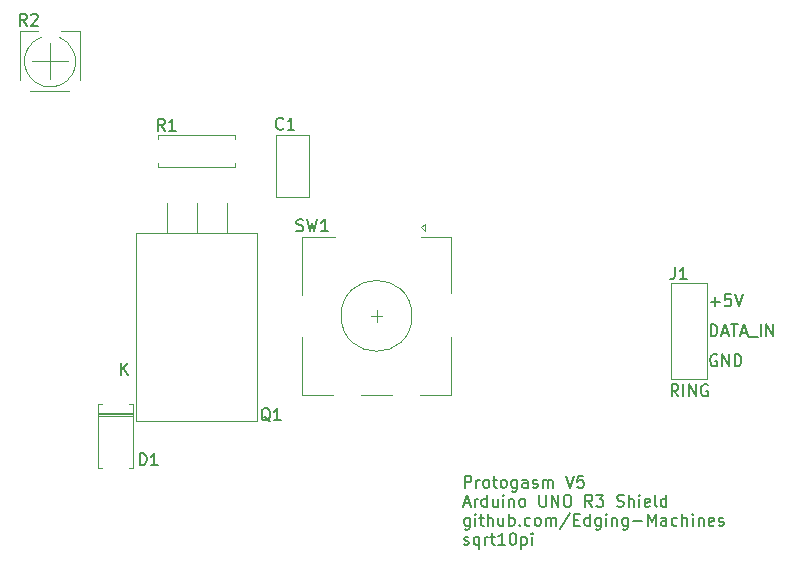
<source format=gbr>
%TF.GenerationSoftware,KiCad,Pcbnew,6.0.3-a3aad9c10e~116~ubuntu20.04.1*%
%TF.CreationDate,2022-03-20T15:10:46-04:00*%
%TF.ProjectId,Protogasm-Board-V2,50726f74-6f67-4617-936d-2d426f617264,rev?*%
%TF.SameCoordinates,PX68290a0PY76b1be0*%
%TF.FileFunction,Legend,Top*%
%TF.FilePolarity,Positive*%
%FSLAX46Y46*%
G04 Gerber Fmt 4.6, Leading zero omitted, Abs format (unit mm)*
G04 Created by KiCad (PCBNEW 6.0.3-a3aad9c10e~116~ubuntu20.04.1) date 2022-03-20 15:10:46*
%MOMM*%
%LPD*%
G01*
G04 APERTURE LIST*
G04 Aperture macros list*
%AMRotRect*
0 Rectangle, with rotation*
0 The origin of the aperture is its center*
0 $1 length*
0 $2 width*
0 $3 Rotation angle, in degrees counterclockwise*
0 Add horizontal line*
21,1,$1,$2,0,0,$3*%
G04 Aperture macros list end*
%ADD10C,0.150000*%
%ADD11C,0.120000*%
%ADD12C,0.100000*%
%ADD13C,3.302000*%
%ADD14C,3.048000*%
%ADD15C,1.600000*%
%ADD16O,1.600000X1.600000*%
%ADD17R,2.000000X2.000000*%
%ADD18C,2.000000*%
%ADD19R,2.500000X3.000000*%
%ADD20O,3.500000X3.500000*%
%ADD21R,1.905000X2.000000*%
%ADD22O,1.905000X2.000000*%
%ADD23C,2.159000*%
%ADD24R,1.800000X1.800000*%
%ADD25O,1.800000X1.800000*%
%ADD26C,1.524000*%
%ADD27C,2.286000*%
%ADD28C,3.200000*%
%ADD29R,1.600000X1.600000*%
%ADD30RotRect,1.981200X1.981200X201.000000*%
%ADD31C,1.981200*%
G04 APERTURE END LIST*
D10*
X40213595Y12376620D02*
X40213595Y13376620D01*
X40594547Y13376620D01*
X40689785Y13329000D01*
X40737404Y13281381D01*
X40785023Y13186143D01*
X40785023Y13043286D01*
X40737404Y12948048D01*
X40689785Y12900429D01*
X40594547Y12852810D01*
X40213595Y12852810D01*
X41213595Y12376620D02*
X41213595Y13043286D01*
X41213595Y12852810D02*
X41261214Y12948048D01*
X41308833Y12995667D01*
X41404071Y13043286D01*
X41499309Y13043286D01*
X41975500Y12376620D02*
X41880261Y12424239D01*
X41832642Y12471858D01*
X41785023Y12567096D01*
X41785023Y12852810D01*
X41832642Y12948048D01*
X41880261Y12995667D01*
X41975500Y13043286D01*
X42118357Y13043286D01*
X42213595Y12995667D01*
X42261214Y12948048D01*
X42308833Y12852810D01*
X42308833Y12567096D01*
X42261214Y12471858D01*
X42213595Y12424239D01*
X42118357Y12376620D01*
X41975500Y12376620D01*
X42594547Y13043286D02*
X42975500Y13043286D01*
X42737404Y13376620D02*
X42737404Y12519477D01*
X42785023Y12424239D01*
X42880261Y12376620D01*
X42975500Y12376620D01*
X43451690Y12376620D02*
X43356452Y12424239D01*
X43308833Y12471858D01*
X43261214Y12567096D01*
X43261214Y12852810D01*
X43308833Y12948048D01*
X43356452Y12995667D01*
X43451690Y13043286D01*
X43594547Y13043286D01*
X43689785Y12995667D01*
X43737404Y12948048D01*
X43785023Y12852810D01*
X43785023Y12567096D01*
X43737404Y12471858D01*
X43689785Y12424239D01*
X43594547Y12376620D01*
X43451690Y12376620D01*
X44642166Y13043286D02*
X44642166Y12233762D01*
X44594547Y12138524D01*
X44546928Y12090905D01*
X44451690Y12043286D01*
X44308833Y12043286D01*
X44213595Y12090905D01*
X44642166Y12424239D02*
X44546928Y12376620D01*
X44356452Y12376620D01*
X44261214Y12424239D01*
X44213595Y12471858D01*
X44165976Y12567096D01*
X44165976Y12852810D01*
X44213595Y12948048D01*
X44261214Y12995667D01*
X44356452Y13043286D01*
X44546928Y13043286D01*
X44642166Y12995667D01*
X45546928Y12376620D02*
X45546928Y12900429D01*
X45499309Y12995667D01*
X45404071Y13043286D01*
X45213595Y13043286D01*
X45118357Y12995667D01*
X45546928Y12424239D02*
X45451690Y12376620D01*
X45213595Y12376620D01*
X45118357Y12424239D01*
X45070738Y12519477D01*
X45070738Y12614715D01*
X45118357Y12709953D01*
X45213595Y12757572D01*
X45451690Y12757572D01*
X45546928Y12805191D01*
X45975500Y12424239D02*
X46070738Y12376620D01*
X46261214Y12376620D01*
X46356452Y12424239D01*
X46404071Y12519477D01*
X46404071Y12567096D01*
X46356452Y12662334D01*
X46261214Y12709953D01*
X46118357Y12709953D01*
X46023119Y12757572D01*
X45975500Y12852810D01*
X45975500Y12900429D01*
X46023119Y12995667D01*
X46118357Y13043286D01*
X46261214Y13043286D01*
X46356452Y12995667D01*
X46832642Y12376620D02*
X46832642Y13043286D01*
X46832642Y12948048D02*
X46880261Y12995667D01*
X46975500Y13043286D01*
X47118357Y13043286D01*
X47213595Y12995667D01*
X47261214Y12900429D01*
X47261214Y12376620D01*
X47261214Y12900429D02*
X47308833Y12995667D01*
X47404071Y13043286D01*
X47546928Y13043286D01*
X47642166Y12995667D01*
X47689785Y12900429D01*
X47689785Y12376620D01*
X48785023Y13376620D02*
X49118357Y12376620D01*
X49451690Y13376620D01*
X50261214Y13376620D02*
X49785023Y13376620D01*
X49737404Y12900429D01*
X49785023Y12948048D01*
X49880261Y12995667D01*
X50118357Y12995667D01*
X50213595Y12948048D01*
X50261214Y12900429D01*
X50308833Y12805191D01*
X50308833Y12567096D01*
X50261214Y12471858D01*
X50213595Y12424239D01*
X50118357Y12376620D01*
X49880261Y12376620D01*
X49785023Y12424239D01*
X49737404Y12471858D01*
X40165976Y11052334D02*
X40642166Y11052334D01*
X40070738Y10766620D02*
X40404071Y11766620D01*
X40737404Y10766620D01*
X41070738Y10766620D02*
X41070738Y11433286D01*
X41070738Y11242810D02*
X41118357Y11338048D01*
X41165976Y11385667D01*
X41261214Y11433286D01*
X41356452Y11433286D01*
X42118357Y10766620D02*
X42118357Y11766620D01*
X42118357Y10814239D02*
X42023119Y10766620D01*
X41832642Y10766620D01*
X41737404Y10814239D01*
X41689785Y10861858D01*
X41642166Y10957096D01*
X41642166Y11242810D01*
X41689785Y11338048D01*
X41737404Y11385667D01*
X41832642Y11433286D01*
X42023119Y11433286D01*
X42118357Y11385667D01*
X43023119Y11433286D02*
X43023119Y10766620D01*
X42594547Y11433286D02*
X42594547Y10909477D01*
X42642166Y10814239D01*
X42737404Y10766620D01*
X42880261Y10766620D01*
X42975500Y10814239D01*
X43023119Y10861858D01*
X43499309Y10766620D02*
X43499309Y11433286D01*
X43499309Y11766620D02*
X43451690Y11719000D01*
X43499309Y11671381D01*
X43546928Y11719000D01*
X43499309Y11766620D01*
X43499309Y11671381D01*
X43975500Y11433286D02*
X43975500Y10766620D01*
X43975500Y11338048D02*
X44023119Y11385667D01*
X44118357Y11433286D01*
X44261214Y11433286D01*
X44356452Y11385667D01*
X44404071Y11290429D01*
X44404071Y10766620D01*
X45023119Y10766620D02*
X44927880Y10814239D01*
X44880261Y10861858D01*
X44832642Y10957096D01*
X44832642Y11242810D01*
X44880261Y11338048D01*
X44927880Y11385667D01*
X45023119Y11433286D01*
X45165976Y11433286D01*
X45261214Y11385667D01*
X45308833Y11338048D01*
X45356452Y11242810D01*
X45356452Y10957096D01*
X45308833Y10861858D01*
X45261214Y10814239D01*
X45165976Y10766620D01*
X45023119Y10766620D01*
X46546928Y11766620D02*
X46546928Y10957096D01*
X46594547Y10861858D01*
X46642166Y10814239D01*
X46737404Y10766620D01*
X46927880Y10766620D01*
X47023119Y10814239D01*
X47070738Y10861858D01*
X47118357Y10957096D01*
X47118357Y11766620D01*
X47594547Y10766620D02*
X47594547Y11766620D01*
X48165976Y10766620D01*
X48165976Y11766620D01*
X48832642Y11766620D02*
X49023119Y11766620D01*
X49118357Y11719000D01*
X49213595Y11623762D01*
X49261214Y11433286D01*
X49261214Y11099953D01*
X49213595Y10909477D01*
X49118357Y10814239D01*
X49023119Y10766620D01*
X48832642Y10766620D01*
X48737404Y10814239D01*
X48642166Y10909477D01*
X48594547Y11099953D01*
X48594547Y11433286D01*
X48642166Y11623762D01*
X48737404Y11719000D01*
X48832642Y11766620D01*
X51023119Y10766620D02*
X50689785Y11242810D01*
X50451690Y10766620D02*
X50451690Y11766620D01*
X50832642Y11766620D01*
X50927880Y11719000D01*
X50975500Y11671381D01*
X51023119Y11576143D01*
X51023119Y11433286D01*
X50975500Y11338048D01*
X50927880Y11290429D01*
X50832642Y11242810D01*
X50451690Y11242810D01*
X51356452Y11766620D02*
X51975500Y11766620D01*
X51642166Y11385667D01*
X51785023Y11385667D01*
X51880261Y11338048D01*
X51927880Y11290429D01*
X51975500Y11195191D01*
X51975500Y10957096D01*
X51927880Y10861858D01*
X51880261Y10814239D01*
X51785023Y10766620D01*
X51499309Y10766620D01*
X51404071Y10814239D01*
X51356452Y10861858D01*
X53118357Y10814239D02*
X53261214Y10766620D01*
X53499309Y10766620D01*
X53594547Y10814239D01*
X53642166Y10861858D01*
X53689785Y10957096D01*
X53689785Y11052334D01*
X53642166Y11147572D01*
X53594547Y11195191D01*
X53499309Y11242810D01*
X53308833Y11290429D01*
X53213595Y11338048D01*
X53165976Y11385667D01*
X53118357Y11480905D01*
X53118357Y11576143D01*
X53165976Y11671381D01*
X53213595Y11719000D01*
X53308833Y11766620D01*
X53546928Y11766620D01*
X53689785Y11719000D01*
X54118357Y10766620D02*
X54118357Y11766620D01*
X54546928Y10766620D02*
X54546928Y11290429D01*
X54499309Y11385667D01*
X54404071Y11433286D01*
X54261214Y11433286D01*
X54165976Y11385667D01*
X54118357Y11338048D01*
X55023119Y10766620D02*
X55023119Y11433286D01*
X55023119Y11766620D02*
X54975500Y11719000D01*
X55023119Y11671381D01*
X55070738Y11719000D01*
X55023119Y11766620D01*
X55023119Y11671381D01*
X55880261Y10814239D02*
X55785023Y10766620D01*
X55594547Y10766620D01*
X55499309Y10814239D01*
X55451690Y10909477D01*
X55451690Y11290429D01*
X55499309Y11385667D01*
X55594547Y11433286D01*
X55785023Y11433286D01*
X55880261Y11385667D01*
X55927880Y11290429D01*
X55927880Y11195191D01*
X55451690Y11099953D01*
X56499309Y10766620D02*
X56404071Y10814239D01*
X56356452Y10909477D01*
X56356452Y11766620D01*
X57308833Y10766620D02*
X57308833Y11766620D01*
X57308833Y10814239D02*
X57213595Y10766620D01*
X57023119Y10766620D01*
X56927880Y10814239D01*
X56880261Y10861858D01*
X56832642Y10957096D01*
X56832642Y11242810D01*
X56880261Y11338048D01*
X56927880Y11385667D01*
X57023119Y11433286D01*
X57213595Y11433286D01*
X57308833Y11385667D01*
X40642166Y9823286D02*
X40642166Y9013762D01*
X40594547Y8918524D01*
X40546928Y8870905D01*
X40451690Y8823286D01*
X40308833Y8823286D01*
X40213595Y8870905D01*
X40642166Y9204239D02*
X40546928Y9156620D01*
X40356452Y9156620D01*
X40261214Y9204239D01*
X40213595Y9251858D01*
X40165976Y9347096D01*
X40165976Y9632810D01*
X40213595Y9728048D01*
X40261214Y9775667D01*
X40356452Y9823286D01*
X40546928Y9823286D01*
X40642166Y9775667D01*
X41118357Y9156620D02*
X41118357Y9823286D01*
X41118357Y10156620D02*
X41070738Y10109000D01*
X41118357Y10061381D01*
X41165976Y10109000D01*
X41118357Y10156620D01*
X41118357Y10061381D01*
X41451690Y9823286D02*
X41832642Y9823286D01*
X41594547Y10156620D02*
X41594547Y9299477D01*
X41642166Y9204239D01*
X41737404Y9156620D01*
X41832642Y9156620D01*
X42165976Y9156620D02*
X42165976Y10156620D01*
X42594547Y9156620D02*
X42594547Y9680429D01*
X42546928Y9775667D01*
X42451690Y9823286D01*
X42308833Y9823286D01*
X42213595Y9775667D01*
X42165976Y9728048D01*
X43499309Y9823286D02*
X43499309Y9156620D01*
X43070738Y9823286D02*
X43070738Y9299477D01*
X43118357Y9204239D01*
X43213595Y9156620D01*
X43356452Y9156620D01*
X43451690Y9204239D01*
X43499309Y9251858D01*
X43975500Y9156620D02*
X43975500Y10156620D01*
X43975500Y9775667D02*
X44070738Y9823286D01*
X44261214Y9823286D01*
X44356452Y9775667D01*
X44404071Y9728048D01*
X44451690Y9632810D01*
X44451690Y9347096D01*
X44404071Y9251858D01*
X44356452Y9204239D01*
X44261214Y9156620D01*
X44070738Y9156620D01*
X43975500Y9204239D01*
X44880261Y9251858D02*
X44927880Y9204239D01*
X44880261Y9156620D01*
X44832642Y9204239D01*
X44880261Y9251858D01*
X44880261Y9156620D01*
X45785023Y9204239D02*
X45689785Y9156620D01*
X45499309Y9156620D01*
X45404071Y9204239D01*
X45356452Y9251858D01*
X45308833Y9347096D01*
X45308833Y9632810D01*
X45356452Y9728048D01*
X45404071Y9775667D01*
X45499309Y9823286D01*
X45689785Y9823286D01*
X45785023Y9775667D01*
X46356452Y9156620D02*
X46261214Y9204239D01*
X46213595Y9251858D01*
X46165976Y9347096D01*
X46165976Y9632810D01*
X46213595Y9728048D01*
X46261214Y9775667D01*
X46356452Y9823286D01*
X46499309Y9823286D01*
X46594547Y9775667D01*
X46642166Y9728048D01*
X46689785Y9632810D01*
X46689785Y9347096D01*
X46642166Y9251858D01*
X46594547Y9204239D01*
X46499309Y9156620D01*
X46356452Y9156620D01*
X47118357Y9156620D02*
X47118357Y9823286D01*
X47118357Y9728048D02*
X47165976Y9775667D01*
X47261214Y9823286D01*
X47404071Y9823286D01*
X47499309Y9775667D01*
X47546928Y9680429D01*
X47546928Y9156620D01*
X47546928Y9680429D02*
X47594547Y9775667D01*
X47689785Y9823286D01*
X47832642Y9823286D01*
X47927880Y9775667D01*
X47975500Y9680429D01*
X47975500Y9156620D01*
X49165976Y10204239D02*
X48308833Y8918524D01*
X49499309Y9680429D02*
X49832642Y9680429D01*
X49975500Y9156620D02*
X49499309Y9156620D01*
X49499309Y10156620D01*
X49975500Y10156620D01*
X50832642Y9156620D02*
X50832642Y10156620D01*
X50832642Y9204239D02*
X50737404Y9156620D01*
X50546928Y9156620D01*
X50451690Y9204239D01*
X50404071Y9251858D01*
X50356452Y9347096D01*
X50356452Y9632810D01*
X50404071Y9728048D01*
X50451690Y9775667D01*
X50546928Y9823286D01*
X50737404Y9823286D01*
X50832642Y9775667D01*
X51737404Y9823286D02*
X51737404Y9013762D01*
X51689785Y8918524D01*
X51642166Y8870905D01*
X51546928Y8823286D01*
X51404071Y8823286D01*
X51308833Y8870905D01*
X51737404Y9204239D02*
X51642166Y9156620D01*
X51451690Y9156620D01*
X51356452Y9204239D01*
X51308833Y9251858D01*
X51261214Y9347096D01*
X51261214Y9632810D01*
X51308833Y9728048D01*
X51356452Y9775667D01*
X51451690Y9823286D01*
X51642166Y9823286D01*
X51737404Y9775667D01*
X52213595Y9156620D02*
X52213595Y9823286D01*
X52213595Y10156620D02*
X52165976Y10109000D01*
X52213595Y10061381D01*
X52261214Y10109000D01*
X52213595Y10156620D01*
X52213595Y10061381D01*
X52689785Y9823286D02*
X52689785Y9156620D01*
X52689785Y9728048D02*
X52737404Y9775667D01*
X52832642Y9823286D01*
X52975500Y9823286D01*
X53070738Y9775667D01*
X53118357Y9680429D01*
X53118357Y9156620D01*
X54023119Y9823286D02*
X54023119Y9013762D01*
X53975500Y8918524D01*
X53927880Y8870905D01*
X53832642Y8823286D01*
X53689785Y8823286D01*
X53594547Y8870905D01*
X54023119Y9204239D02*
X53927880Y9156620D01*
X53737404Y9156620D01*
X53642166Y9204239D01*
X53594547Y9251858D01*
X53546928Y9347096D01*
X53546928Y9632810D01*
X53594547Y9728048D01*
X53642166Y9775667D01*
X53737404Y9823286D01*
X53927880Y9823286D01*
X54023119Y9775667D01*
X54499309Y9537572D02*
X55261214Y9537572D01*
X55737404Y9156620D02*
X55737404Y10156620D01*
X56070738Y9442334D01*
X56404071Y10156620D01*
X56404071Y9156620D01*
X57308833Y9156620D02*
X57308833Y9680429D01*
X57261214Y9775667D01*
X57165976Y9823286D01*
X56975500Y9823286D01*
X56880261Y9775667D01*
X57308833Y9204239D02*
X57213595Y9156620D01*
X56975500Y9156620D01*
X56880261Y9204239D01*
X56832642Y9299477D01*
X56832642Y9394715D01*
X56880261Y9489953D01*
X56975500Y9537572D01*
X57213595Y9537572D01*
X57308833Y9585191D01*
X58213595Y9204239D02*
X58118357Y9156620D01*
X57927880Y9156620D01*
X57832642Y9204239D01*
X57785023Y9251858D01*
X57737404Y9347096D01*
X57737404Y9632810D01*
X57785023Y9728048D01*
X57832642Y9775667D01*
X57927880Y9823286D01*
X58118357Y9823286D01*
X58213595Y9775667D01*
X58642166Y9156620D02*
X58642166Y10156620D01*
X59070738Y9156620D02*
X59070738Y9680429D01*
X59023119Y9775667D01*
X58927880Y9823286D01*
X58785023Y9823286D01*
X58689785Y9775667D01*
X58642166Y9728048D01*
X59546928Y9156620D02*
X59546928Y9823286D01*
X59546928Y10156620D02*
X59499309Y10109000D01*
X59546928Y10061381D01*
X59594547Y10109000D01*
X59546928Y10156620D01*
X59546928Y10061381D01*
X60023119Y9823286D02*
X60023119Y9156620D01*
X60023119Y9728048D02*
X60070738Y9775667D01*
X60165976Y9823286D01*
X60308833Y9823286D01*
X60404071Y9775667D01*
X60451690Y9680429D01*
X60451690Y9156620D01*
X61308833Y9204239D02*
X61213595Y9156620D01*
X61023119Y9156620D01*
X60927880Y9204239D01*
X60880261Y9299477D01*
X60880261Y9680429D01*
X60927880Y9775667D01*
X61023119Y9823286D01*
X61213595Y9823286D01*
X61308833Y9775667D01*
X61356452Y9680429D01*
X61356452Y9585191D01*
X60880261Y9489953D01*
X61737404Y9204239D02*
X61832642Y9156620D01*
X62023119Y9156620D01*
X62118357Y9204239D01*
X62165976Y9299477D01*
X62165976Y9347096D01*
X62118357Y9442334D01*
X62023119Y9489953D01*
X61880261Y9489953D01*
X61785023Y9537572D01*
X61737404Y9632810D01*
X61737404Y9680429D01*
X61785023Y9775667D01*
X61880261Y9823286D01*
X62023119Y9823286D01*
X62118357Y9775667D01*
X40165976Y7594239D02*
X40261214Y7546620D01*
X40451690Y7546620D01*
X40546928Y7594239D01*
X40594547Y7689477D01*
X40594547Y7737096D01*
X40546928Y7832334D01*
X40451690Y7879953D01*
X40308833Y7879953D01*
X40213595Y7927572D01*
X40165976Y8022810D01*
X40165976Y8070429D01*
X40213595Y8165667D01*
X40308833Y8213286D01*
X40451690Y8213286D01*
X40546928Y8165667D01*
X41451690Y8213286D02*
X41451690Y7213286D01*
X41451690Y7594239D02*
X41356452Y7546620D01*
X41165976Y7546620D01*
X41070738Y7594239D01*
X41023119Y7641858D01*
X40975500Y7737096D01*
X40975500Y8022810D01*
X41023119Y8118048D01*
X41070738Y8165667D01*
X41165976Y8213286D01*
X41356452Y8213286D01*
X41451690Y8165667D01*
X41927880Y7546620D02*
X41927880Y8213286D01*
X41927880Y8022810D02*
X41975500Y8118048D01*
X42023119Y8165667D01*
X42118357Y8213286D01*
X42213595Y8213286D01*
X42404071Y8213286D02*
X42785023Y8213286D01*
X42546928Y8546620D02*
X42546928Y7689477D01*
X42594547Y7594239D01*
X42689785Y7546620D01*
X42785023Y7546620D01*
X43642166Y7546620D02*
X43070738Y7546620D01*
X43356452Y7546620D02*
X43356452Y8546620D01*
X43261214Y8403762D01*
X43165976Y8308524D01*
X43070738Y8260905D01*
X44261214Y8546620D02*
X44356452Y8546620D01*
X44451690Y8499000D01*
X44499309Y8451381D01*
X44546928Y8356143D01*
X44594547Y8165667D01*
X44594547Y7927572D01*
X44546928Y7737096D01*
X44499309Y7641858D01*
X44451690Y7594239D01*
X44356452Y7546620D01*
X44261214Y7546620D01*
X44165976Y7594239D01*
X44118357Y7641858D01*
X44070738Y7737096D01*
X44023119Y7927572D01*
X44023119Y8165667D01*
X44070738Y8356143D01*
X44118357Y8451381D01*
X44165976Y8499000D01*
X44261214Y8546620D01*
X45023119Y8213286D02*
X45023119Y7213286D01*
X45023119Y8165667D02*
X45118357Y8213286D01*
X45308833Y8213286D01*
X45404071Y8165667D01*
X45451690Y8118048D01*
X45499309Y8022810D01*
X45499309Y7737096D01*
X45451690Y7641858D01*
X45404071Y7594239D01*
X45308833Y7546620D01*
X45118357Y7546620D01*
X45023119Y7594239D01*
X45927880Y7546620D02*
X45927880Y8213286D01*
X45927880Y8546620D02*
X45880261Y8499000D01*
X45927880Y8451381D01*
X45975500Y8499000D01*
X45927880Y8546620D01*
X45927880Y8451381D01*
%TO.C,R1*%
X14815333Y42600620D02*
X14482000Y43076810D01*
X14243904Y42600620D02*
X14243904Y43600620D01*
X14624857Y43600620D01*
X14720095Y43553000D01*
X14767714Y43505381D01*
X14815333Y43410143D01*
X14815333Y43267286D01*
X14767714Y43172048D01*
X14720095Y43124429D01*
X14624857Y43076810D01*
X14243904Y43076810D01*
X15767714Y42600620D02*
X15196285Y42600620D01*
X15482000Y42600620D02*
X15482000Y43600620D01*
X15386761Y43457762D01*
X15291523Y43362524D01*
X15196285Y43314905D01*
%TO.C,SW1*%
X25978466Y34150239D02*
X26121323Y34102620D01*
X26359419Y34102620D01*
X26454657Y34150239D01*
X26502276Y34197858D01*
X26549895Y34293096D01*
X26549895Y34388334D01*
X26502276Y34483572D01*
X26454657Y34531191D01*
X26359419Y34578810D01*
X26168942Y34626429D01*
X26073704Y34674048D01*
X26026085Y34721667D01*
X25978466Y34816905D01*
X25978466Y34912143D01*
X26026085Y35007381D01*
X26073704Y35055000D01*
X26168942Y35102620D01*
X26407038Y35102620D01*
X26549895Y35055000D01*
X26883228Y35102620D02*
X27121323Y34102620D01*
X27311800Y34816905D01*
X27502276Y34102620D01*
X27740371Y35102620D01*
X28645133Y34102620D02*
X28073704Y34102620D01*
X28359419Y34102620D02*
X28359419Y35102620D01*
X28264180Y34959762D01*
X28168942Y34864524D01*
X28073704Y34816905D01*
%TO.C,C1*%
X24848333Y42797458D02*
X24800714Y42749839D01*
X24657857Y42702220D01*
X24562619Y42702220D01*
X24419761Y42749839D01*
X24324523Y42845077D01*
X24276904Y42940315D01*
X24229285Y43130791D01*
X24229285Y43273648D01*
X24276904Y43464124D01*
X24324523Y43559362D01*
X24419761Y43654600D01*
X24562619Y43702220D01*
X24657857Y43702220D01*
X24800714Y43654600D01*
X24848333Y43606981D01*
X25800714Y42702220D02*
X25229285Y42702220D01*
X25515000Y42702220D02*
X25515000Y43702220D01*
X25419761Y43559362D01*
X25324523Y43464124D01*
X25229285Y43416505D01*
%TO.C,Q1*%
X23755361Y17994381D02*
X23660123Y18042000D01*
X23564885Y18137239D01*
X23422028Y18280096D01*
X23326790Y18327715D01*
X23231552Y18327715D01*
X23279171Y18089620D02*
X23183933Y18137239D01*
X23088695Y18232477D01*
X23041076Y18422953D01*
X23041076Y18756286D01*
X23088695Y18946762D01*
X23183933Y19042000D01*
X23279171Y19089620D01*
X23469647Y19089620D01*
X23564885Y19042000D01*
X23660123Y18946762D01*
X23707742Y18756286D01*
X23707742Y18422953D01*
X23660123Y18232477D01*
X23564885Y18137239D01*
X23469647Y18089620D01*
X23279171Y18089620D01*
X24660123Y18089620D02*
X24088695Y18089620D01*
X24374409Y18089620D02*
X24374409Y19089620D01*
X24279171Y18946762D01*
X24183933Y18851524D01*
X24088695Y18803905D01*
%TO.C,J1*%
X58025309Y31027620D02*
X58025309Y30313334D01*
X57977690Y30170477D01*
X57882452Y30075239D01*
X57739595Y30027620D01*
X57644357Y30027620D01*
X59025309Y30027620D02*
X58453880Y30027620D01*
X58739595Y30027620D02*
X58739595Y31027620D01*
X58644357Y30884762D01*
X58549119Y30789524D01*
X58453880Y30741905D01*
X61041595Y25201620D02*
X61041595Y26201620D01*
X61279690Y26201620D01*
X61422547Y26154000D01*
X61517785Y26058762D01*
X61565404Y25963524D01*
X61613023Y25773048D01*
X61613023Y25630191D01*
X61565404Y25439715D01*
X61517785Y25344477D01*
X61422547Y25249239D01*
X61279690Y25201620D01*
X61041595Y25201620D01*
X61993976Y25487334D02*
X62470166Y25487334D01*
X61898738Y25201620D02*
X62232071Y26201620D01*
X62565404Y25201620D01*
X62755880Y26201620D02*
X63327309Y26201620D01*
X63041595Y25201620D02*
X63041595Y26201620D01*
X63613023Y25487334D02*
X64089214Y25487334D01*
X63517785Y25201620D02*
X63851119Y26201620D01*
X64184452Y25201620D01*
X64279690Y25106381D02*
X65041595Y25106381D01*
X65279690Y25201620D02*
X65279690Y26201620D01*
X65755880Y25201620D02*
X65755880Y26201620D01*
X66327309Y25201620D01*
X66327309Y26201620D01*
X61041595Y28122572D02*
X61803500Y28122572D01*
X61422547Y27741620D02*
X61422547Y28503524D01*
X62755880Y28741620D02*
X62279690Y28741620D01*
X62232071Y28265429D01*
X62279690Y28313048D01*
X62374928Y28360667D01*
X62613023Y28360667D01*
X62708261Y28313048D01*
X62755880Y28265429D01*
X62803500Y28170191D01*
X62803500Y27932096D01*
X62755880Y27836858D01*
X62708261Y27789239D01*
X62613023Y27741620D01*
X62374928Y27741620D01*
X62279690Y27789239D01*
X62232071Y27836858D01*
X63089214Y28741620D02*
X63422547Y27741620D01*
X63755880Y28741620D01*
X58311023Y20121620D02*
X57977690Y20597810D01*
X57739595Y20121620D02*
X57739595Y21121620D01*
X58120547Y21121620D01*
X58215785Y21074000D01*
X58263404Y21026381D01*
X58311023Y20931143D01*
X58311023Y20788286D01*
X58263404Y20693048D01*
X58215785Y20645429D01*
X58120547Y20597810D01*
X57739595Y20597810D01*
X58739595Y20121620D02*
X58739595Y21121620D01*
X59215785Y20121620D02*
X59215785Y21121620D01*
X59787214Y20121620D01*
X59787214Y21121620D01*
X60787214Y21074000D02*
X60691976Y21121620D01*
X60549119Y21121620D01*
X60406261Y21074000D01*
X60311023Y20978762D01*
X60263404Y20883524D01*
X60215785Y20693048D01*
X60215785Y20550191D01*
X60263404Y20359715D01*
X60311023Y20264477D01*
X60406261Y20169239D01*
X60549119Y20121620D01*
X60644357Y20121620D01*
X60787214Y20169239D01*
X60834833Y20216858D01*
X60834833Y20550191D01*
X60644357Y20550191D01*
X61565404Y23614000D02*
X61470166Y23661620D01*
X61327309Y23661620D01*
X61184452Y23614000D01*
X61089214Y23518762D01*
X61041595Y23423524D01*
X60993976Y23233048D01*
X60993976Y23090191D01*
X61041595Y22899715D01*
X61089214Y22804477D01*
X61184452Y22709239D01*
X61327309Y22661620D01*
X61422547Y22661620D01*
X61565404Y22709239D01*
X61613023Y22756858D01*
X61613023Y23090191D01*
X61422547Y23090191D01*
X62041595Y22661620D02*
X62041595Y23661620D01*
X62613023Y22661620D01*
X62613023Y23661620D01*
X63089214Y22661620D02*
X63089214Y23661620D01*
X63327309Y23661620D01*
X63470166Y23614000D01*
X63565404Y23518762D01*
X63613023Y23423524D01*
X63660642Y23233048D01*
X63660642Y23090191D01*
X63613023Y22899715D01*
X63565404Y22804477D01*
X63470166Y22709239D01*
X63327309Y22661620D01*
X63089214Y22661620D01*
%TO.C,D1*%
X12723904Y14279620D02*
X12723904Y15279620D01*
X12962000Y15279620D01*
X13104857Y15232000D01*
X13200095Y15136762D01*
X13247714Y15041524D01*
X13295333Y14851048D01*
X13295333Y14708191D01*
X13247714Y14517715D01*
X13200095Y14422477D01*
X13104857Y14327239D01*
X12962000Y14279620D01*
X12723904Y14279620D01*
X14247714Y14279620D02*
X13676285Y14279620D01*
X13962000Y14279620D02*
X13962000Y15279620D01*
X13866761Y15136762D01*
X13771523Y15041524D01*
X13676285Y14993905D01*
X11168095Y21899620D02*
X11168095Y22899620D01*
X11739523Y21899620D02*
X11310952Y22471048D01*
X11739523Y22899620D02*
X11168095Y22328191D01*
%TO.C,R2*%
X3131333Y51490620D02*
X2798000Y51966810D01*
X2559904Y51490620D02*
X2559904Y52490620D01*
X2940857Y52490620D01*
X3036095Y52443000D01*
X3083714Y52395381D01*
X3131333Y52300143D01*
X3131333Y52157286D01*
X3083714Y52062048D01*
X3036095Y52014429D01*
X2940857Y51966810D01*
X2559904Y51966810D01*
X3512285Y52395381D02*
X3559904Y52443000D01*
X3655142Y52490620D01*
X3893238Y52490620D01*
X3988476Y52443000D01*
X4036095Y52395381D01*
X4083714Y52300143D01*
X4083714Y52204905D01*
X4036095Y52062048D01*
X3464666Y51490620D01*
X4083714Y51490620D01*
D11*
%TO.C,R1*%
X14256000Y42264000D02*
X14256000Y41934000D01*
X14256000Y39524000D02*
X14256000Y39854000D01*
X20796000Y42264000D02*
X14256000Y42264000D01*
X20796000Y41934000D02*
X20796000Y42264000D01*
X20796000Y39854000D02*
X20796000Y39524000D01*
X20796000Y39524000D02*
X14256000Y39524000D01*
%TO.C,SW1*%
X36866000Y34128000D02*
X36566000Y34428000D01*
X33266000Y26928000D02*
X32266000Y26928000D01*
X26466000Y28728000D02*
X26466000Y33628000D01*
X39066000Y33628000D02*
X36566000Y33628000D01*
X32766000Y27428000D02*
X32766000Y26428000D01*
X39066000Y28828000D02*
X39066000Y33628000D01*
X39066000Y20228000D02*
X36466000Y20228000D01*
X34066000Y20228000D02*
X31466000Y20228000D01*
X26466000Y33628000D02*
X29266000Y33628000D01*
X36866000Y34728000D02*
X36866000Y34128000D01*
X26466000Y20228000D02*
X26466000Y25128000D01*
X39066000Y25128000D02*
X39066000Y20228000D01*
X29066000Y20228000D02*
X26466000Y20228000D01*
X36566000Y34428000D02*
X36866000Y34728000D01*
X35766000Y26928000D02*
G75*
G03*
X35766000Y26928000I-3000000J0D01*
G01*
%TO.C,C1*%
X24284000Y36984000D02*
X24284000Y42224000D01*
X24284000Y42224000D02*
X27024000Y42224000D01*
X24284000Y36984000D02*
X27024000Y36984000D01*
X27024000Y36984000D02*
X27024000Y42224000D01*
%TO.C,Q1*%
X14986000Y33902000D02*
X14986000Y36442000D01*
X20066000Y33902000D02*
X20066000Y36442000D01*
X22646000Y33902000D02*
X12406000Y33902000D01*
X22646000Y18012000D02*
X12406000Y18012000D01*
X12406000Y18012000D02*
X12406000Y33902000D01*
X17526000Y33902000D02*
X17526000Y36442000D01*
X22646000Y18012000D02*
X22646000Y33902000D01*
%TO.C,J1*%
X57658000Y29718000D02*
X60706000Y29718000D01*
X60706000Y29718000D02*
X60706000Y21590000D01*
X60706000Y21590000D02*
X57658000Y21590000D01*
X57658000Y21590000D02*
X57658000Y29718000D01*
%TO.C,D1*%
X12138000Y18464000D02*
X9198000Y18464000D01*
X12138000Y19484000D02*
X12138000Y14044000D01*
X9528000Y19484000D02*
X9198000Y19484000D01*
X12138000Y14044000D02*
X11808000Y14044000D01*
X12138000Y18584000D02*
X9198000Y18584000D01*
X12138000Y18704000D02*
X9198000Y18704000D01*
X11808000Y19484000D02*
X12138000Y19484000D01*
X9198000Y19484000D02*
X9198000Y14044000D01*
X9198000Y14044000D02*
X9528000Y14044000D01*
D12*
%TO.C,R2*%
X2936738Y48243243D02*
X2993313Y47954874D01*
X6558825Y50088789D02*
X6331419Y50274918D01*
X3005480Y49116704D02*
X2942878Y48829583D01*
X7044220Y47614710D02*
X7148094Y47889605D01*
X7160717Y49094947D02*
X7062623Y49371957D01*
X4899231Y46361279D02*
X5193061Y46356664D01*
X3106470Y49392672D02*
X3005480Y49116704D01*
X3810209Y46766283D02*
X4059150Y46610123D01*
X2919821Y48536622D02*
X2936738Y48243243D01*
X7220310Y48807186D02*
X7160717Y49094947D01*
X6294267Y46727260D02*
X6525521Y46908586D01*
X7239823Y48468758D02*
X7240297Y48514000D01*
D11*
X2540000Y46924000D02*
X2540000Y51054000D01*
D12*
X7062623Y49371957D02*
X6927841Y49633092D01*
X2942878Y48829583D02*
X2919821Y48536622D01*
X3088502Y47676851D02*
X3220542Y47414319D01*
X7240297Y48514000D02*
X7220310Y48807186D01*
X3847089Y50287926D02*
X3617747Y50104188D01*
X4608746Y46405730D02*
X4899231Y46361279D01*
D11*
X3556000Y48514000D02*
X6604000Y48514000D01*
D12*
X5769047Y46466539D02*
X6040544Y46578997D01*
X6730026Y47119620D02*
X6903999Y47356455D01*
X6525521Y46908586D02*
X6730026Y47119620D01*
X2993313Y47954874D02*
X3088502Y47676851D01*
X5484799Y46391968D02*
X5769047Y46466539D01*
X3415463Y49891025D02*
X3243979Y49652381D01*
X4340000Y50524000D02*
X4099246Y50438839D01*
X4099246Y50438839D02*
X3847089Y50287926D01*
X6080857Y50428463D02*
X5840000Y50524000D01*
X6927841Y49633092D02*
X6758866Y49873519D01*
X3386989Y47172136D02*
X3584765Y46954784D01*
X4326981Y46489193D02*
X4608746Y46405730D01*
X6903999Y47356455D02*
X7044220Y47614710D01*
X5193061Y46356664D02*
X5484799Y46391968D01*
X3584765Y46954784D02*
X3810209Y46766283D01*
D11*
X5080000Y50038000D02*
X5080000Y46990000D01*
X6020000Y51054000D02*
X7620000Y51054000D01*
X2540000Y51054000D02*
X4140000Y51054000D01*
D12*
X3243979Y49652381D02*
X3106470Y49392672D01*
D11*
X7620000Y51054000D02*
X7620000Y46924000D01*
D12*
X3220542Y47414319D02*
X3386989Y47172136D01*
X6758866Y49873519D02*
X6558825Y50088789D01*
D11*
X6690000Y45974000D02*
X3440000Y45974000D01*
D12*
X4059150Y46610123D02*
X4326981Y46489193D01*
X7148094Y47889605D02*
X7213700Y48176055D01*
X3617747Y50104188D02*
X3415463Y49891025D01*
X7213700Y48176055D02*
X7239823Y48468758D01*
X6331419Y50274918D02*
X6080857Y50428463D01*
X6040544Y46578997D02*
X6294267Y46727260D01*
%TD*%
%LPC*%
D13*
%TO.C,M1*%
X2176500Y19304000D03*
X2176500Y14224000D03*
D14*
X7256500Y19304000D03*
X7256500Y14224000D03*
%TD*%
D15*
%TO.C,R1*%
X21336000Y40894000D03*
D16*
X13716000Y40894000D03*
%TD*%
D17*
%TO.C,SW1*%
X35266000Y34428000D03*
D18*
X30266000Y34428000D03*
X32766000Y34428000D03*
D19*
X38366000Y26928000D03*
X27166000Y26928000D03*
D18*
X35266000Y19928000D03*
X30266000Y19928000D03*
%TD*%
D15*
%TO.C,C1*%
X25654000Y38354000D03*
X25654000Y40854000D03*
%TD*%
D20*
%TO.C,Q1*%
X17526000Y20932000D03*
D21*
X20066000Y37592000D03*
D22*
X17526000Y37592000D03*
X14986000Y37592000D03*
%TD*%
D23*
%TO.C,J1*%
X59182000Y28194000D03*
X59182000Y25654000D03*
X59182000Y23114000D03*
%TD*%
D24*
%TO.C,D1*%
X10668000Y20574000D03*
D25*
X10668000Y12954000D03*
%TD*%
D26*
%TO.C,R2*%
X2540000Y45974000D03*
X5080000Y51054000D03*
X7620000Y45974000D03*
%TD*%
D27*
%TO.C,J2*%
X9398000Y26543000D03*
X3397999Y26543000D03*
X6398000Y31243000D03*
%TD*%
D28*
%TO.C,U1*%
X15240000Y50800000D03*
X66040000Y7620000D03*
X13970000Y2540000D03*
X66040000Y35560000D03*
D29*
X27940000Y2540000D03*
D16*
X30480000Y2540000D03*
X33020000Y2540000D03*
X35560000Y2540000D03*
X38100000Y2540000D03*
X40640000Y2540000D03*
X43180000Y2540000D03*
X45720000Y2540000D03*
X50800000Y2540000D03*
X53340000Y2540000D03*
X55880000Y2540000D03*
X58420000Y2540000D03*
X60960000Y2540000D03*
X63500000Y2540000D03*
X63500000Y50800000D03*
X60960000Y50800000D03*
X58420000Y50800000D03*
X55880000Y50800000D03*
X53340000Y50800000D03*
X50800000Y50800000D03*
X48260000Y50800000D03*
X45720000Y50800000D03*
X41660000Y50800000D03*
X39120000Y50800000D03*
X36580000Y50800000D03*
X34040000Y50800000D03*
X31500000Y50800000D03*
X28960000Y50800000D03*
X26420000Y50800000D03*
X23880000Y50800000D03*
X21340000Y50800000D03*
X18800000Y50800000D03*
%TD*%
D30*
%TO.C,U2*%
X55626000Y44958000D03*
D31*
X56536255Y42586706D03*
X57446509Y40215411D03*
X58356764Y37844117D03*
X59267018Y35472823D03*
X60177273Y33101529D03*
%TD*%
M02*

</source>
